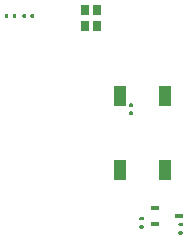
<source format=gbr>
G04 #@! TF.GenerationSoftware,KiCad,Pcbnew,(5.1.6)-1*
G04 #@! TF.CreationDate,2021-05-09T15:01:23+05:30*
G04 #@! TF.ProjectId,ProTag,50726f54-6167-42e6-9b69-6361645f7063,1*
G04 #@! TF.SameCoordinates,Original*
G04 #@! TF.FileFunction,Paste,Bot*
G04 #@! TF.FilePolarity,Positive*
%FSLAX45Y45*%
G04 Gerber Fmt 4.5, Leading zero omitted, Abs format (unit mm)*
G04 Created by KiCad (PCBNEW (5.1.6)-1) date 2021-05-09 15:01:23*
%MOMM*%
%LPD*%
G01*
G04 APERTURE LIST*
%ADD10R,0.700000X0.450000*%
%ADD11R,1.000000X1.700000*%
%ADD12R,0.750000X0.850000*%
G04 APERTURE END LIST*
G04 #@! TO.C,D2*
G36*
G01*
X17639600Y-11070050D02*
X17639600Y-11049950D01*
G75*
G02*
X17647550Y-11042000I7950J0D01*
G01*
X17663450Y-11042000D01*
G75*
G02*
X17671400Y-11049950I0J-7950D01*
G01*
X17671400Y-11070050D01*
G75*
G02*
X17663450Y-11078000I-7950J0D01*
G01*
X17647550Y-11078000D01*
G75*
G02*
X17639600Y-11070050I0J7950D01*
G01*
G37*
G36*
G01*
X17708600Y-11070050D02*
X17708600Y-11049950D01*
G75*
G02*
X17716550Y-11042000I7950J0D01*
G01*
X17732450Y-11042000D01*
G75*
G02*
X17740400Y-11049950I0J-7950D01*
G01*
X17740400Y-11070050D01*
G75*
G02*
X17732450Y-11078000I-7950J0D01*
G01*
X17716550Y-11078000D01*
G75*
G02*
X17708600Y-11070050I0J7950D01*
G01*
G37*
G04 #@! TD*
D10*
G04 #@! TO.C,Q1*
X18912500Y-12817500D03*
X18912500Y-12687500D03*
X19112500Y-12752500D03*
G04 #@! TD*
G04 #@! TO.C,R2*
G36*
G01*
X18699950Y-11799600D02*
X18720050Y-11799600D01*
G75*
G02*
X18728000Y-11807550I0J-7950D01*
G01*
X18728000Y-11823450D01*
G75*
G02*
X18720050Y-11831400I-7950J0D01*
G01*
X18699950Y-11831400D01*
G75*
G02*
X18692000Y-11823450I0J7950D01*
G01*
X18692000Y-11807550D01*
G75*
G02*
X18699950Y-11799600I7950J0D01*
G01*
G37*
G36*
G01*
X18699950Y-11868600D02*
X18720050Y-11868600D01*
G75*
G02*
X18728000Y-11876550I0J-7950D01*
G01*
X18728000Y-11892450D01*
G75*
G02*
X18720050Y-11900400I-7950J0D01*
G01*
X18699950Y-11900400D01*
G75*
G02*
X18692000Y-11892450I0J7950D01*
G01*
X18692000Y-11876550D01*
G75*
G02*
X18699950Y-11868600I7950J0D01*
G01*
G37*
G04 #@! TD*
G04 #@! TO.C,R7*
G36*
G01*
X17821400Y-11049950D02*
X17821400Y-11070050D01*
G75*
G02*
X17813450Y-11078000I-7950J0D01*
G01*
X17797550Y-11078000D01*
G75*
G02*
X17789600Y-11070050I0J7950D01*
G01*
X17789600Y-11049950D01*
G75*
G02*
X17797550Y-11042000I7950J0D01*
G01*
X17813450Y-11042000D01*
G75*
G02*
X17821400Y-11049950I0J-7950D01*
G01*
G37*
G36*
G01*
X17890400Y-11049950D02*
X17890400Y-11070050D01*
G75*
G02*
X17882450Y-11078000I-7950J0D01*
G01*
X17866550Y-11078000D01*
G75*
G02*
X17858600Y-11070050I0J7950D01*
G01*
X17858600Y-11049950D01*
G75*
G02*
X17866550Y-11042000I7950J0D01*
G01*
X17882450Y-11042000D01*
G75*
G02*
X17890400Y-11049950I0J-7950D01*
G01*
G37*
G04 #@! TD*
G04 #@! TO.C,R8*
G36*
G01*
X19140050Y-12841400D02*
X19119950Y-12841400D01*
G75*
G02*
X19112000Y-12833450I0J7950D01*
G01*
X19112000Y-12817550D01*
G75*
G02*
X19119950Y-12809600I7950J0D01*
G01*
X19140050Y-12809600D01*
G75*
G02*
X19148000Y-12817550I0J-7950D01*
G01*
X19148000Y-12833450D01*
G75*
G02*
X19140050Y-12841400I-7950J0D01*
G01*
G37*
G36*
G01*
X19140050Y-12910400D02*
X19119950Y-12910400D01*
G75*
G02*
X19112000Y-12902450I0J7950D01*
G01*
X19112000Y-12886550D01*
G75*
G02*
X19119950Y-12878600I7950J0D01*
G01*
X19140050Y-12878600D01*
G75*
G02*
X19148000Y-12886550I0J-7950D01*
G01*
X19148000Y-12902450D01*
G75*
G02*
X19140050Y-12910400I-7950J0D01*
G01*
G37*
G04 #@! TD*
G04 #@! TO.C,R9*
G36*
G01*
X18810050Y-12860400D02*
X18789950Y-12860400D01*
G75*
G02*
X18782000Y-12852450I0J7950D01*
G01*
X18782000Y-12836550D01*
G75*
G02*
X18789950Y-12828600I7950J0D01*
G01*
X18810050Y-12828600D01*
G75*
G02*
X18818000Y-12836550I0J-7950D01*
G01*
X18818000Y-12852450D01*
G75*
G02*
X18810050Y-12860400I-7950J0D01*
G01*
G37*
G36*
G01*
X18810050Y-12791400D02*
X18789950Y-12791400D01*
G75*
G02*
X18782000Y-12783450I0J7950D01*
G01*
X18782000Y-12767550D01*
G75*
G02*
X18789950Y-12759600I7950J0D01*
G01*
X18810050Y-12759600D01*
G75*
G02*
X18818000Y-12767550I0J-7950D01*
G01*
X18818000Y-12783450D01*
G75*
G02*
X18810050Y-12791400I-7950J0D01*
G01*
G37*
G04 #@! TD*
D11*
G04 #@! TO.C,SW1*
X19000000Y-12365000D03*
X19000000Y-11735000D03*
X18620000Y-12365000D03*
X18620000Y-11735000D03*
G04 #@! TD*
D12*
G04 #@! TO.C,Y2*
X18422500Y-11012500D03*
X18422500Y-11147500D03*
X18317500Y-11147500D03*
X18317500Y-11012500D03*
G04 #@! TD*
M02*

</source>
